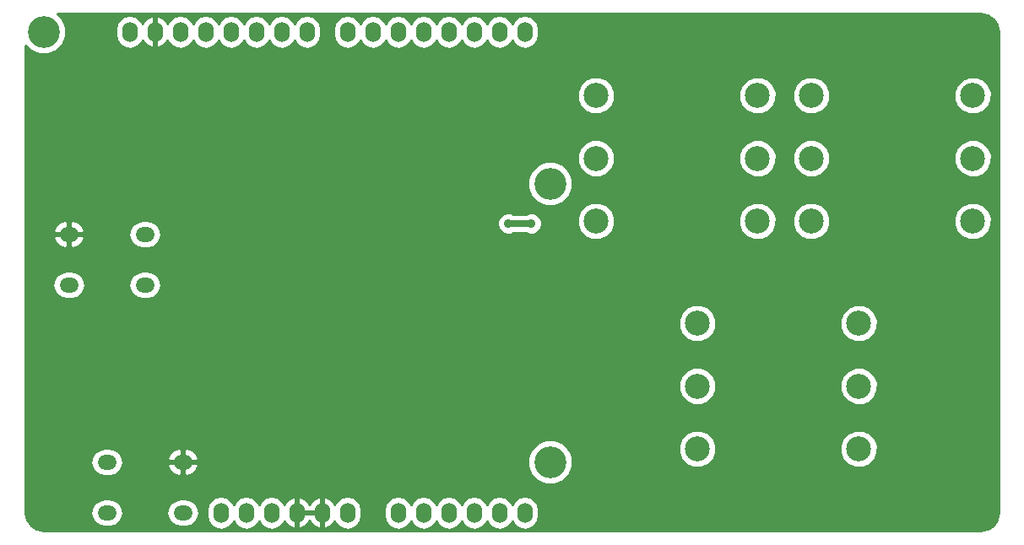
<source format=gbl>
G04 #@! TF.FileFunction,Copper,L2,Bot,Signal*
%FSLAX46Y46*%
G04 Gerber Fmt 4.6, Leading zero omitted, Abs format (unit mm)*
G04 Created by KiCad (PCBNEW 0.201510170916+6271~30~ubuntu14.04.1-product) date Tue 27 Oct 2015 03:36:54 PM CET*
%MOMM*%
G01*
G04 APERTURE LIST*
%ADD10C,0.100000*%
%ADD11C,2.500000*%
%ADD12O,1.900000X1.500000*%
%ADD13C,3.200400*%
%ADD14O,1.524000X2.032000*%
%ADD15C,0.889000*%
%ADD16C,0.228600*%
%ADD17C,0.635000*%
%ADD18C,0.254000*%
G04 APERTURE END LIST*
D10*
D11*
X173510000Y-102820000D03*
X173510000Y-96520000D03*
X173510000Y-90220000D03*
X189710000Y-102820000D03*
X189710000Y-96520000D03*
X189710000Y-90220000D03*
X179550000Y-67360000D03*
X179550000Y-73660000D03*
X179550000Y-79960000D03*
X163350000Y-67360000D03*
X163350000Y-73660000D03*
X163350000Y-79960000D03*
X201140000Y-67360000D03*
X201140000Y-73660000D03*
X201140000Y-79960000D03*
X184940000Y-67360000D03*
X184940000Y-73660000D03*
X184940000Y-79960000D03*
D12*
X110490000Y-86360000D03*
X110490000Y-81280000D03*
X118110000Y-86360000D03*
X118110000Y-81280000D03*
X121920000Y-104140000D03*
X121920000Y-109220000D03*
X114300000Y-104140000D03*
X114300000Y-109220000D03*
D13*
X158750000Y-104140000D03*
X158750000Y-76200000D03*
X107950000Y-60960000D03*
D14*
X130810000Y-109220000D03*
X128270000Y-109220000D03*
X125730000Y-109220000D03*
X133350000Y-109220000D03*
X135890000Y-109220000D03*
X138430000Y-109220000D03*
X151130000Y-109220000D03*
X148590000Y-109220000D03*
X153670000Y-109220000D03*
X156210000Y-109220000D03*
X146050000Y-109220000D03*
X143510000Y-109220000D03*
X148590000Y-60960000D03*
X146050000Y-60960000D03*
X151130000Y-60960000D03*
X153670000Y-60960000D03*
X156210000Y-60960000D03*
X143510000Y-60960000D03*
X140970000Y-60960000D03*
X138430000Y-60960000D03*
X126746000Y-60960000D03*
X124206000Y-60960000D03*
X121666000Y-60960000D03*
X119126000Y-60960000D03*
X116586000Y-60960000D03*
X129286000Y-60960000D03*
X131826000Y-60960000D03*
X134366000Y-60960000D03*
D15*
X152781000Y-87122000D03*
X154559000Y-80200500D03*
X156845000Y-80200500D03*
D16*
X135890000Y-104013000D02*
X135890000Y-109220000D01*
X152781000Y-87122000D02*
X135890000Y-104013000D01*
D17*
X156845000Y-80200500D02*
X154559000Y-80200500D01*
D18*
G36*
X202652426Y-59315156D02*
X203220362Y-59694639D01*
X203599844Y-60262574D01*
X203747500Y-61004890D01*
X203747500Y-109200110D01*
X203599844Y-109942426D01*
X203220362Y-110510361D01*
X202652426Y-110889844D01*
X201910110Y-111037500D01*
X107994890Y-111037500D01*
X107252574Y-110889844D01*
X106684639Y-110510362D01*
X106305156Y-109942426D01*
X106161457Y-109220000D01*
X112683948Y-109220000D01*
X112789375Y-109750017D01*
X113089605Y-110199343D01*
X113538931Y-110499573D01*
X114068948Y-110605000D01*
X114531052Y-110605000D01*
X115061069Y-110499573D01*
X115510395Y-110199343D01*
X115810625Y-109750017D01*
X115916052Y-109220000D01*
X120303948Y-109220000D01*
X120409375Y-109750017D01*
X120709605Y-110199343D01*
X121158931Y-110499573D01*
X121688948Y-110605000D01*
X122151052Y-110605000D01*
X122681069Y-110499573D01*
X123130395Y-110199343D01*
X123430625Y-109750017D01*
X123536052Y-109220000D01*
X123479095Y-108933655D01*
X124333000Y-108933655D01*
X124333000Y-109506345D01*
X124439340Y-110040954D01*
X124742172Y-110494173D01*
X125195391Y-110797005D01*
X125730000Y-110903345D01*
X126264609Y-110797005D01*
X126717828Y-110494173D01*
X127000000Y-110071874D01*
X127282172Y-110494173D01*
X127735391Y-110797005D01*
X128270000Y-110903345D01*
X128804609Y-110797005D01*
X129257828Y-110494173D01*
X129540000Y-110071874D01*
X129822172Y-110494173D01*
X130275391Y-110797005D01*
X130810000Y-110903345D01*
X131344609Y-110797005D01*
X131797828Y-110494173D01*
X132088311Y-110059435D01*
X132107941Y-110125941D01*
X132451974Y-110551630D01*
X132932723Y-110813260D01*
X133006930Y-110828220D01*
X133223000Y-110705720D01*
X133223000Y-109347000D01*
X133477000Y-109347000D01*
X133477000Y-110705720D01*
X133693070Y-110828220D01*
X133767277Y-110813260D01*
X134248026Y-110551630D01*
X134592059Y-110125941D01*
X134620000Y-110031277D01*
X134647941Y-110125941D01*
X134991974Y-110551630D01*
X135472723Y-110813260D01*
X135546930Y-110828220D01*
X135763000Y-110705720D01*
X135763000Y-109347000D01*
X133477000Y-109347000D01*
X133223000Y-109347000D01*
X133203000Y-109347000D01*
X133203000Y-109093000D01*
X133223000Y-109093000D01*
X133223000Y-107734280D01*
X133477000Y-107734280D01*
X133477000Y-109093000D01*
X135763000Y-109093000D01*
X135763000Y-107734280D01*
X136017000Y-107734280D01*
X136017000Y-109093000D01*
X136037000Y-109093000D01*
X136037000Y-109347000D01*
X136017000Y-109347000D01*
X136017000Y-110705720D01*
X136233070Y-110828220D01*
X136307277Y-110813260D01*
X136788026Y-110551630D01*
X137132059Y-110125941D01*
X137151689Y-110059435D01*
X137442172Y-110494173D01*
X137895391Y-110797005D01*
X138430000Y-110903345D01*
X138964609Y-110797005D01*
X139417828Y-110494173D01*
X139720660Y-110040954D01*
X139827000Y-109506345D01*
X139827000Y-108933655D01*
X142113000Y-108933655D01*
X142113000Y-109506345D01*
X142219340Y-110040954D01*
X142522172Y-110494173D01*
X142975391Y-110797005D01*
X143510000Y-110903345D01*
X144044609Y-110797005D01*
X144497828Y-110494173D01*
X144780000Y-110071874D01*
X145062172Y-110494173D01*
X145515391Y-110797005D01*
X146050000Y-110903345D01*
X146584609Y-110797005D01*
X147037828Y-110494173D01*
X147320000Y-110071874D01*
X147602172Y-110494173D01*
X148055391Y-110797005D01*
X148590000Y-110903345D01*
X149124609Y-110797005D01*
X149577828Y-110494173D01*
X149860000Y-110071874D01*
X150142172Y-110494173D01*
X150595391Y-110797005D01*
X151130000Y-110903345D01*
X151664609Y-110797005D01*
X152117828Y-110494173D01*
X152400000Y-110071874D01*
X152682172Y-110494173D01*
X153135391Y-110797005D01*
X153670000Y-110903345D01*
X154204609Y-110797005D01*
X154657828Y-110494173D01*
X154940000Y-110071874D01*
X155222172Y-110494173D01*
X155675391Y-110797005D01*
X156210000Y-110903345D01*
X156744609Y-110797005D01*
X157197828Y-110494173D01*
X157500660Y-110040954D01*
X157607000Y-109506345D01*
X157607000Y-108933655D01*
X157500660Y-108399046D01*
X157197828Y-107945827D01*
X156744609Y-107642995D01*
X156210000Y-107536655D01*
X155675391Y-107642995D01*
X155222172Y-107945827D01*
X154940000Y-108368126D01*
X154657828Y-107945827D01*
X154204609Y-107642995D01*
X153670000Y-107536655D01*
X153135391Y-107642995D01*
X152682172Y-107945827D01*
X152400000Y-108368126D01*
X152117828Y-107945827D01*
X151664609Y-107642995D01*
X151130000Y-107536655D01*
X150595391Y-107642995D01*
X150142172Y-107945827D01*
X149860000Y-108368126D01*
X149577828Y-107945827D01*
X149124609Y-107642995D01*
X148590000Y-107536655D01*
X148055391Y-107642995D01*
X147602172Y-107945827D01*
X147320000Y-108368126D01*
X147037828Y-107945827D01*
X146584609Y-107642995D01*
X146050000Y-107536655D01*
X145515391Y-107642995D01*
X145062172Y-107945827D01*
X144780000Y-108368126D01*
X144497828Y-107945827D01*
X144044609Y-107642995D01*
X143510000Y-107536655D01*
X142975391Y-107642995D01*
X142522172Y-107945827D01*
X142219340Y-108399046D01*
X142113000Y-108933655D01*
X139827000Y-108933655D01*
X139720660Y-108399046D01*
X139417828Y-107945827D01*
X138964609Y-107642995D01*
X138430000Y-107536655D01*
X137895391Y-107642995D01*
X137442172Y-107945827D01*
X137151689Y-108380565D01*
X137132059Y-108314059D01*
X136788026Y-107888370D01*
X136307277Y-107626740D01*
X136233070Y-107611780D01*
X136017000Y-107734280D01*
X135763000Y-107734280D01*
X135546930Y-107611780D01*
X135472723Y-107626740D01*
X134991974Y-107888370D01*
X134647941Y-108314059D01*
X134620000Y-108408723D01*
X134592059Y-108314059D01*
X134248026Y-107888370D01*
X133767277Y-107626740D01*
X133693070Y-107611780D01*
X133477000Y-107734280D01*
X133223000Y-107734280D01*
X133006930Y-107611780D01*
X132932723Y-107626740D01*
X132451974Y-107888370D01*
X132107941Y-108314059D01*
X132088311Y-108380565D01*
X131797828Y-107945827D01*
X131344609Y-107642995D01*
X130810000Y-107536655D01*
X130275391Y-107642995D01*
X129822172Y-107945827D01*
X129540000Y-108368126D01*
X129257828Y-107945827D01*
X128804609Y-107642995D01*
X128270000Y-107536655D01*
X127735391Y-107642995D01*
X127282172Y-107945827D01*
X127000000Y-108368126D01*
X126717828Y-107945827D01*
X126264609Y-107642995D01*
X125730000Y-107536655D01*
X125195391Y-107642995D01*
X124742172Y-107945827D01*
X124439340Y-108399046D01*
X124333000Y-108933655D01*
X123479095Y-108933655D01*
X123430625Y-108689983D01*
X123130395Y-108240657D01*
X122681069Y-107940427D01*
X122151052Y-107835000D01*
X121688948Y-107835000D01*
X121158931Y-107940427D01*
X120709605Y-108240657D01*
X120409375Y-108689983D01*
X120303948Y-109220000D01*
X115916052Y-109220000D01*
X115810625Y-108689983D01*
X115510395Y-108240657D01*
X115061069Y-107940427D01*
X114531052Y-107835000D01*
X114068948Y-107835000D01*
X113538931Y-107940427D01*
X113089605Y-108240657D01*
X112789375Y-108689983D01*
X112683948Y-109220000D01*
X106161457Y-109220000D01*
X106157500Y-109200110D01*
X106157500Y-104140000D01*
X112683948Y-104140000D01*
X112789375Y-104670017D01*
X113089605Y-105119343D01*
X113538931Y-105419573D01*
X114068948Y-105525000D01*
X114531052Y-105525000D01*
X115061069Y-105419573D01*
X115510395Y-105119343D01*
X115810625Y-104670017D01*
X115848186Y-104481185D01*
X120377682Y-104481185D01*
X120387064Y-104535084D01*
X120639720Y-105015102D01*
X121056838Y-105361894D01*
X121574917Y-105522664D01*
X121793000Y-105369587D01*
X121793000Y-104267000D01*
X122047000Y-104267000D01*
X122047000Y-105369587D01*
X122265083Y-105522664D01*
X122783162Y-105361894D01*
X123200280Y-105015102D01*
X123427895Y-104582658D01*
X156514413Y-104582658D01*
X156853985Y-105404485D01*
X157482208Y-106033805D01*
X158303441Y-106374811D01*
X159192658Y-106375587D01*
X160014485Y-106036015D01*
X160643805Y-105407792D01*
X160984811Y-104586559D01*
X160985587Y-103697342D01*
X160777324Y-103193305D01*
X171624674Y-103193305D01*
X171911043Y-103886372D01*
X172440839Y-104417093D01*
X173133405Y-104704672D01*
X173883305Y-104705326D01*
X174576372Y-104418957D01*
X175107093Y-103889161D01*
X175394672Y-103196595D01*
X175394674Y-103193305D01*
X187824674Y-103193305D01*
X188111043Y-103886372D01*
X188640839Y-104417093D01*
X189333405Y-104704672D01*
X190083305Y-104705326D01*
X190776372Y-104418957D01*
X191307093Y-103889161D01*
X191594672Y-103196595D01*
X191595326Y-102446695D01*
X191308957Y-101753628D01*
X190779161Y-101222907D01*
X190086595Y-100935328D01*
X189336695Y-100934674D01*
X188643628Y-101221043D01*
X188112907Y-101750839D01*
X187825328Y-102443405D01*
X187824674Y-103193305D01*
X175394674Y-103193305D01*
X175395326Y-102446695D01*
X175108957Y-101753628D01*
X174579161Y-101222907D01*
X173886595Y-100935328D01*
X173136695Y-100934674D01*
X172443628Y-101221043D01*
X171912907Y-101750839D01*
X171625328Y-102443405D01*
X171624674Y-103193305D01*
X160777324Y-103193305D01*
X160646015Y-102875515D01*
X160017792Y-102246195D01*
X159196559Y-101905189D01*
X158307342Y-101904413D01*
X157485515Y-102243985D01*
X156856195Y-102872208D01*
X156515189Y-103693441D01*
X156514413Y-104582658D01*
X123427895Y-104582658D01*
X123452936Y-104535084D01*
X123462318Y-104481185D01*
X123339656Y-104267000D01*
X122047000Y-104267000D01*
X121793000Y-104267000D01*
X120500344Y-104267000D01*
X120377682Y-104481185D01*
X115848186Y-104481185D01*
X115916052Y-104140000D01*
X115848187Y-103798815D01*
X120377682Y-103798815D01*
X120500344Y-104013000D01*
X121793000Y-104013000D01*
X121793000Y-102910413D01*
X122047000Y-102910413D01*
X122047000Y-104013000D01*
X123339656Y-104013000D01*
X123462318Y-103798815D01*
X123452936Y-103744916D01*
X123200280Y-103264898D01*
X122783162Y-102918106D01*
X122265083Y-102757336D01*
X122047000Y-102910413D01*
X121793000Y-102910413D01*
X121574917Y-102757336D01*
X121056838Y-102918106D01*
X120639720Y-103264898D01*
X120387064Y-103744916D01*
X120377682Y-103798815D01*
X115848187Y-103798815D01*
X115810625Y-103609983D01*
X115510395Y-103160657D01*
X115061069Y-102860427D01*
X114531052Y-102755000D01*
X114068948Y-102755000D01*
X113538931Y-102860427D01*
X113089605Y-103160657D01*
X112789375Y-103609983D01*
X112683948Y-104140000D01*
X106157500Y-104140000D01*
X106157500Y-96893305D01*
X171624674Y-96893305D01*
X171911043Y-97586372D01*
X172440839Y-98117093D01*
X173133405Y-98404672D01*
X173883305Y-98405326D01*
X174576372Y-98118957D01*
X175107093Y-97589161D01*
X175394672Y-96896595D01*
X175394674Y-96893305D01*
X187824674Y-96893305D01*
X188111043Y-97586372D01*
X188640839Y-98117093D01*
X189333405Y-98404672D01*
X190083305Y-98405326D01*
X190776372Y-98118957D01*
X191307093Y-97589161D01*
X191594672Y-96896595D01*
X191595326Y-96146695D01*
X191308957Y-95453628D01*
X190779161Y-94922907D01*
X190086595Y-94635328D01*
X189336695Y-94634674D01*
X188643628Y-94921043D01*
X188112907Y-95450839D01*
X187825328Y-96143405D01*
X187824674Y-96893305D01*
X175394674Y-96893305D01*
X175395326Y-96146695D01*
X175108957Y-95453628D01*
X174579161Y-94922907D01*
X173886595Y-94635328D01*
X173136695Y-94634674D01*
X172443628Y-94921043D01*
X171912907Y-95450839D01*
X171625328Y-96143405D01*
X171624674Y-96893305D01*
X106157500Y-96893305D01*
X106157500Y-90593305D01*
X171624674Y-90593305D01*
X171911043Y-91286372D01*
X172440839Y-91817093D01*
X173133405Y-92104672D01*
X173883305Y-92105326D01*
X174576372Y-91818957D01*
X175107093Y-91289161D01*
X175394672Y-90596595D01*
X175394674Y-90593305D01*
X187824674Y-90593305D01*
X188111043Y-91286372D01*
X188640839Y-91817093D01*
X189333405Y-92104672D01*
X190083305Y-92105326D01*
X190776372Y-91818957D01*
X191307093Y-91289161D01*
X191594672Y-90596595D01*
X191595326Y-89846695D01*
X191308957Y-89153628D01*
X190779161Y-88622907D01*
X190086595Y-88335328D01*
X189336695Y-88334674D01*
X188643628Y-88621043D01*
X188112907Y-89150839D01*
X187825328Y-89843405D01*
X187824674Y-90593305D01*
X175394674Y-90593305D01*
X175395326Y-89846695D01*
X175108957Y-89153628D01*
X174579161Y-88622907D01*
X173886595Y-88335328D01*
X173136695Y-88334674D01*
X172443628Y-88621043D01*
X171912907Y-89150839D01*
X171625328Y-89843405D01*
X171624674Y-90593305D01*
X106157500Y-90593305D01*
X106157500Y-86360000D01*
X108873948Y-86360000D01*
X108979375Y-86890017D01*
X109279605Y-87339343D01*
X109728931Y-87639573D01*
X110258948Y-87745000D01*
X110721052Y-87745000D01*
X111251069Y-87639573D01*
X111700395Y-87339343D01*
X112000625Y-86890017D01*
X112106052Y-86360000D01*
X116493948Y-86360000D01*
X116599375Y-86890017D01*
X116899605Y-87339343D01*
X117348931Y-87639573D01*
X117878948Y-87745000D01*
X118341052Y-87745000D01*
X118871069Y-87639573D01*
X119320395Y-87339343D01*
X119620625Y-86890017D01*
X119726052Y-86360000D01*
X119620625Y-85829983D01*
X119320395Y-85380657D01*
X118871069Y-85080427D01*
X118341052Y-84975000D01*
X117878948Y-84975000D01*
X117348931Y-85080427D01*
X116899605Y-85380657D01*
X116599375Y-85829983D01*
X116493948Y-86360000D01*
X112106052Y-86360000D01*
X112000625Y-85829983D01*
X111700395Y-85380657D01*
X111251069Y-85080427D01*
X110721052Y-84975000D01*
X110258948Y-84975000D01*
X109728931Y-85080427D01*
X109279605Y-85380657D01*
X108979375Y-85829983D01*
X108873948Y-86360000D01*
X106157500Y-86360000D01*
X106157500Y-81621185D01*
X108947682Y-81621185D01*
X108957064Y-81675084D01*
X109209720Y-82155102D01*
X109626838Y-82501894D01*
X110144917Y-82662664D01*
X110363000Y-82509587D01*
X110363000Y-81407000D01*
X110617000Y-81407000D01*
X110617000Y-82509587D01*
X110835083Y-82662664D01*
X111353162Y-82501894D01*
X111770280Y-82155102D01*
X112022936Y-81675084D01*
X112032318Y-81621185D01*
X111909656Y-81407000D01*
X110617000Y-81407000D01*
X110363000Y-81407000D01*
X109070344Y-81407000D01*
X108947682Y-81621185D01*
X106157500Y-81621185D01*
X106157500Y-81280000D01*
X116493948Y-81280000D01*
X116599375Y-81810017D01*
X116899605Y-82259343D01*
X117348931Y-82559573D01*
X117878948Y-82665000D01*
X118341052Y-82665000D01*
X118871069Y-82559573D01*
X119320395Y-82259343D01*
X119620625Y-81810017D01*
X119726052Y-81280000D01*
X119620625Y-80749983D01*
X119396319Y-80414284D01*
X153479313Y-80414284D01*
X153643311Y-80811189D01*
X153946714Y-81115122D01*
X154343332Y-81279813D01*
X154772784Y-81280187D01*
X155080600Y-81153000D01*
X156323934Y-81153000D01*
X156629332Y-81279813D01*
X157058784Y-81280187D01*
X157455689Y-81116189D01*
X157759622Y-80812786D01*
X157924313Y-80416168D01*
X157924385Y-80333305D01*
X161464674Y-80333305D01*
X161751043Y-81026372D01*
X162280839Y-81557093D01*
X162973405Y-81844672D01*
X163723305Y-81845326D01*
X164416372Y-81558957D01*
X164947093Y-81029161D01*
X165234672Y-80336595D01*
X165234674Y-80333305D01*
X177664674Y-80333305D01*
X177951043Y-81026372D01*
X178480839Y-81557093D01*
X179173405Y-81844672D01*
X179923305Y-81845326D01*
X180616372Y-81558957D01*
X181147093Y-81029161D01*
X181434672Y-80336595D01*
X181434674Y-80333305D01*
X183054674Y-80333305D01*
X183341043Y-81026372D01*
X183870839Y-81557093D01*
X184563405Y-81844672D01*
X185313305Y-81845326D01*
X186006372Y-81558957D01*
X186537093Y-81029161D01*
X186824672Y-80336595D01*
X186824674Y-80333305D01*
X199254674Y-80333305D01*
X199541043Y-81026372D01*
X200070839Y-81557093D01*
X200763405Y-81844672D01*
X201513305Y-81845326D01*
X202206372Y-81558957D01*
X202737093Y-81029161D01*
X203024672Y-80336595D01*
X203025326Y-79586695D01*
X202738957Y-78893628D01*
X202209161Y-78362907D01*
X201516595Y-78075328D01*
X200766695Y-78074674D01*
X200073628Y-78361043D01*
X199542907Y-78890839D01*
X199255328Y-79583405D01*
X199254674Y-80333305D01*
X186824674Y-80333305D01*
X186825326Y-79586695D01*
X186538957Y-78893628D01*
X186009161Y-78362907D01*
X185316595Y-78075328D01*
X184566695Y-78074674D01*
X183873628Y-78361043D01*
X183342907Y-78890839D01*
X183055328Y-79583405D01*
X183054674Y-80333305D01*
X181434674Y-80333305D01*
X181435326Y-79586695D01*
X181148957Y-78893628D01*
X180619161Y-78362907D01*
X179926595Y-78075328D01*
X179176695Y-78074674D01*
X178483628Y-78361043D01*
X177952907Y-78890839D01*
X177665328Y-79583405D01*
X177664674Y-80333305D01*
X165234674Y-80333305D01*
X165235326Y-79586695D01*
X164948957Y-78893628D01*
X164419161Y-78362907D01*
X163726595Y-78075328D01*
X162976695Y-78074674D01*
X162283628Y-78361043D01*
X161752907Y-78890839D01*
X161465328Y-79583405D01*
X161464674Y-80333305D01*
X157924385Y-80333305D01*
X157924687Y-79986716D01*
X157760689Y-79589811D01*
X157457286Y-79285878D01*
X157060668Y-79121187D01*
X156631216Y-79120813D01*
X156323400Y-79248000D01*
X155080066Y-79248000D01*
X154774668Y-79121187D01*
X154345216Y-79120813D01*
X153948311Y-79284811D01*
X153644378Y-79588214D01*
X153479687Y-79984832D01*
X153479313Y-80414284D01*
X119396319Y-80414284D01*
X119320395Y-80300657D01*
X118871069Y-80000427D01*
X118341052Y-79895000D01*
X117878948Y-79895000D01*
X117348931Y-80000427D01*
X116899605Y-80300657D01*
X116599375Y-80749983D01*
X116493948Y-81280000D01*
X106157500Y-81280000D01*
X106157500Y-80938815D01*
X108947682Y-80938815D01*
X109070344Y-81153000D01*
X110363000Y-81153000D01*
X110363000Y-80050413D01*
X110617000Y-80050413D01*
X110617000Y-81153000D01*
X111909656Y-81153000D01*
X112032318Y-80938815D01*
X112022936Y-80884916D01*
X111770280Y-80404898D01*
X111353162Y-80058106D01*
X110835083Y-79897336D01*
X110617000Y-80050413D01*
X110363000Y-80050413D01*
X110144917Y-79897336D01*
X109626838Y-80058106D01*
X109209720Y-80404898D01*
X108957064Y-80884916D01*
X108947682Y-80938815D01*
X106157500Y-80938815D01*
X106157500Y-76642658D01*
X156514413Y-76642658D01*
X156853985Y-77464485D01*
X157482208Y-78093805D01*
X158303441Y-78434811D01*
X159192658Y-78435587D01*
X160014485Y-78096015D01*
X160643805Y-77467792D01*
X160984811Y-76646559D01*
X160985587Y-75757342D01*
X160646015Y-74935515D01*
X160017792Y-74306195D01*
X159360601Y-74033305D01*
X161464674Y-74033305D01*
X161751043Y-74726372D01*
X162280839Y-75257093D01*
X162973405Y-75544672D01*
X163723305Y-75545326D01*
X164416372Y-75258957D01*
X164947093Y-74729161D01*
X165234672Y-74036595D01*
X165234674Y-74033305D01*
X177664674Y-74033305D01*
X177951043Y-74726372D01*
X178480839Y-75257093D01*
X179173405Y-75544672D01*
X179923305Y-75545326D01*
X180616372Y-75258957D01*
X181147093Y-74729161D01*
X181434672Y-74036595D01*
X181434674Y-74033305D01*
X183054674Y-74033305D01*
X183341043Y-74726372D01*
X183870839Y-75257093D01*
X184563405Y-75544672D01*
X185313305Y-75545326D01*
X186006372Y-75258957D01*
X186537093Y-74729161D01*
X186824672Y-74036595D01*
X186824674Y-74033305D01*
X199254674Y-74033305D01*
X199541043Y-74726372D01*
X200070839Y-75257093D01*
X200763405Y-75544672D01*
X201513305Y-75545326D01*
X202206372Y-75258957D01*
X202737093Y-74729161D01*
X203024672Y-74036595D01*
X203025326Y-73286695D01*
X202738957Y-72593628D01*
X202209161Y-72062907D01*
X201516595Y-71775328D01*
X200766695Y-71774674D01*
X200073628Y-72061043D01*
X199542907Y-72590839D01*
X199255328Y-73283405D01*
X199254674Y-74033305D01*
X186824674Y-74033305D01*
X186825326Y-73286695D01*
X186538957Y-72593628D01*
X186009161Y-72062907D01*
X185316595Y-71775328D01*
X184566695Y-71774674D01*
X183873628Y-72061043D01*
X183342907Y-72590839D01*
X183055328Y-73283405D01*
X183054674Y-74033305D01*
X181434674Y-74033305D01*
X181435326Y-73286695D01*
X181148957Y-72593628D01*
X180619161Y-72062907D01*
X179926595Y-71775328D01*
X179176695Y-71774674D01*
X178483628Y-72061043D01*
X177952907Y-72590839D01*
X177665328Y-73283405D01*
X177664674Y-74033305D01*
X165234674Y-74033305D01*
X165235326Y-73286695D01*
X164948957Y-72593628D01*
X164419161Y-72062907D01*
X163726595Y-71775328D01*
X162976695Y-71774674D01*
X162283628Y-72061043D01*
X161752907Y-72590839D01*
X161465328Y-73283405D01*
X161464674Y-74033305D01*
X159360601Y-74033305D01*
X159196559Y-73965189D01*
X158307342Y-73964413D01*
X157485515Y-74303985D01*
X156856195Y-74932208D01*
X156515189Y-75753441D01*
X156514413Y-76642658D01*
X106157500Y-76642658D01*
X106157500Y-67733305D01*
X161464674Y-67733305D01*
X161751043Y-68426372D01*
X162280839Y-68957093D01*
X162973405Y-69244672D01*
X163723305Y-69245326D01*
X164416372Y-68958957D01*
X164947093Y-68429161D01*
X165234672Y-67736595D01*
X165234674Y-67733305D01*
X177664674Y-67733305D01*
X177951043Y-68426372D01*
X178480839Y-68957093D01*
X179173405Y-69244672D01*
X179923305Y-69245326D01*
X180616372Y-68958957D01*
X181147093Y-68429161D01*
X181434672Y-67736595D01*
X181434674Y-67733305D01*
X183054674Y-67733305D01*
X183341043Y-68426372D01*
X183870839Y-68957093D01*
X184563405Y-69244672D01*
X185313305Y-69245326D01*
X186006372Y-68958957D01*
X186537093Y-68429161D01*
X186824672Y-67736595D01*
X186824674Y-67733305D01*
X199254674Y-67733305D01*
X199541043Y-68426372D01*
X200070839Y-68957093D01*
X200763405Y-69244672D01*
X201513305Y-69245326D01*
X202206372Y-68958957D01*
X202737093Y-68429161D01*
X203024672Y-67736595D01*
X203025326Y-66986695D01*
X202738957Y-66293628D01*
X202209161Y-65762907D01*
X201516595Y-65475328D01*
X200766695Y-65474674D01*
X200073628Y-65761043D01*
X199542907Y-66290839D01*
X199255328Y-66983405D01*
X199254674Y-67733305D01*
X186824674Y-67733305D01*
X186825326Y-66986695D01*
X186538957Y-66293628D01*
X186009161Y-65762907D01*
X185316595Y-65475328D01*
X184566695Y-65474674D01*
X183873628Y-65761043D01*
X183342907Y-66290839D01*
X183055328Y-66983405D01*
X183054674Y-67733305D01*
X181434674Y-67733305D01*
X181435326Y-66986695D01*
X181148957Y-66293628D01*
X180619161Y-65762907D01*
X179926595Y-65475328D01*
X179176695Y-65474674D01*
X178483628Y-65761043D01*
X177952907Y-66290839D01*
X177665328Y-66983405D01*
X177664674Y-67733305D01*
X165234674Y-67733305D01*
X165235326Y-66986695D01*
X164948957Y-66293628D01*
X164419161Y-65762907D01*
X163726595Y-65475328D01*
X162976695Y-65474674D01*
X162283628Y-65761043D01*
X161752907Y-66290839D01*
X161465328Y-66983405D01*
X161464674Y-67733305D01*
X106157500Y-67733305D01*
X106157500Y-62328181D01*
X106682208Y-62853805D01*
X107503441Y-63194811D01*
X108392658Y-63195587D01*
X109214485Y-62856015D01*
X109843805Y-62227792D01*
X110184811Y-61406559D01*
X110185450Y-60673655D01*
X115189000Y-60673655D01*
X115189000Y-61246345D01*
X115295340Y-61780954D01*
X115598172Y-62234173D01*
X116051391Y-62537005D01*
X116586000Y-62643345D01*
X117120609Y-62537005D01*
X117573828Y-62234173D01*
X117864311Y-61799435D01*
X117883941Y-61865941D01*
X118227974Y-62291630D01*
X118708723Y-62553260D01*
X118782930Y-62568220D01*
X118999000Y-62445720D01*
X118999000Y-61087000D01*
X118979000Y-61087000D01*
X118979000Y-60833000D01*
X118999000Y-60833000D01*
X118999000Y-59474280D01*
X119253000Y-59474280D01*
X119253000Y-60833000D01*
X119273000Y-60833000D01*
X119273000Y-61087000D01*
X119253000Y-61087000D01*
X119253000Y-62445720D01*
X119469070Y-62568220D01*
X119543277Y-62553260D01*
X120024026Y-62291630D01*
X120368059Y-61865941D01*
X120387689Y-61799435D01*
X120678172Y-62234173D01*
X121131391Y-62537005D01*
X121666000Y-62643345D01*
X122200609Y-62537005D01*
X122653828Y-62234173D01*
X122936000Y-61811874D01*
X123218172Y-62234173D01*
X123671391Y-62537005D01*
X124206000Y-62643345D01*
X124740609Y-62537005D01*
X125193828Y-62234173D01*
X125476000Y-61811874D01*
X125758172Y-62234173D01*
X126211391Y-62537005D01*
X126746000Y-62643345D01*
X127280609Y-62537005D01*
X127733828Y-62234173D01*
X128016000Y-61811874D01*
X128298172Y-62234173D01*
X128751391Y-62537005D01*
X129286000Y-62643345D01*
X129820609Y-62537005D01*
X130273828Y-62234173D01*
X130556000Y-61811874D01*
X130838172Y-62234173D01*
X131291391Y-62537005D01*
X131826000Y-62643345D01*
X132360609Y-62537005D01*
X132813828Y-62234173D01*
X133096000Y-61811874D01*
X133378172Y-62234173D01*
X133831391Y-62537005D01*
X134366000Y-62643345D01*
X134900609Y-62537005D01*
X135353828Y-62234173D01*
X135656660Y-61780954D01*
X135763000Y-61246345D01*
X135763000Y-60673655D01*
X137033000Y-60673655D01*
X137033000Y-61246345D01*
X137139340Y-61780954D01*
X137442172Y-62234173D01*
X137895391Y-62537005D01*
X138430000Y-62643345D01*
X138964609Y-62537005D01*
X139417828Y-62234173D01*
X139700000Y-61811874D01*
X139982172Y-62234173D01*
X140435391Y-62537005D01*
X140970000Y-62643345D01*
X141504609Y-62537005D01*
X141957828Y-62234173D01*
X142240000Y-61811874D01*
X142522172Y-62234173D01*
X142975391Y-62537005D01*
X143510000Y-62643345D01*
X144044609Y-62537005D01*
X144497828Y-62234173D01*
X144780000Y-61811874D01*
X145062172Y-62234173D01*
X145515391Y-62537005D01*
X146050000Y-62643345D01*
X146584609Y-62537005D01*
X147037828Y-62234173D01*
X147320000Y-61811874D01*
X147602172Y-62234173D01*
X148055391Y-62537005D01*
X148590000Y-62643345D01*
X149124609Y-62537005D01*
X149577828Y-62234173D01*
X149860000Y-61811874D01*
X150142172Y-62234173D01*
X150595391Y-62537005D01*
X151130000Y-62643345D01*
X151664609Y-62537005D01*
X152117828Y-62234173D01*
X152400000Y-61811874D01*
X152682172Y-62234173D01*
X153135391Y-62537005D01*
X153670000Y-62643345D01*
X154204609Y-62537005D01*
X154657828Y-62234173D01*
X154940000Y-61811874D01*
X155222172Y-62234173D01*
X155675391Y-62537005D01*
X156210000Y-62643345D01*
X156744609Y-62537005D01*
X157197828Y-62234173D01*
X157500660Y-61780954D01*
X157607000Y-61246345D01*
X157607000Y-60673655D01*
X157500660Y-60139046D01*
X157197828Y-59685827D01*
X156744609Y-59382995D01*
X156210000Y-59276655D01*
X155675391Y-59382995D01*
X155222172Y-59685827D01*
X154940000Y-60108126D01*
X154657828Y-59685827D01*
X154204609Y-59382995D01*
X153670000Y-59276655D01*
X153135391Y-59382995D01*
X152682172Y-59685827D01*
X152400000Y-60108126D01*
X152117828Y-59685827D01*
X151664609Y-59382995D01*
X151130000Y-59276655D01*
X150595391Y-59382995D01*
X150142172Y-59685827D01*
X149860000Y-60108126D01*
X149577828Y-59685827D01*
X149124609Y-59382995D01*
X148590000Y-59276655D01*
X148055391Y-59382995D01*
X147602172Y-59685827D01*
X147320000Y-60108126D01*
X147037828Y-59685827D01*
X146584609Y-59382995D01*
X146050000Y-59276655D01*
X145515391Y-59382995D01*
X145062172Y-59685827D01*
X144780000Y-60108126D01*
X144497828Y-59685827D01*
X144044609Y-59382995D01*
X143510000Y-59276655D01*
X142975391Y-59382995D01*
X142522172Y-59685827D01*
X142240000Y-60108126D01*
X141957828Y-59685827D01*
X141504609Y-59382995D01*
X140970000Y-59276655D01*
X140435391Y-59382995D01*
X139982172Y-59685827D01*
X139700000Y-60108126D01*
X139417828Y-59685827D01*
X138964609Y-59382995D01*
X138430000Y-59276655D01*
X137895391Y-59382995D01*
X137442172Y-59685827D01*
X137139340Y-60139046D01*
X137033000Y-60673655D01*
X135763000Y-60673655D01*
X135656660Y-60139046D01*
X135353828Y-59685827D01*
X134900609Y-59382995D01*
X134366000Y-59276655D01*
X133831391Y-59382995D01*
X133378172Y-59685827D01*
X133096000Y-60108126D01*
X132813828Y-59685827D01*
X132360609Y-59382995D01*
X131826000Y-59276655D01*
X131291391Y-59382995D01*
X130838172Y-59685827D01*
X130556000Y-60108126D01*
X130273828Y-59685827D01*
X129820609Y-59382995D01*
X129286000Y-59276655D01*
X128751391Y-59382995D01*
X128298172Y-59685827D01*
X128016000Y-60108126D01*
X127733828Y-59685827D01*
X127280609Y-59382995D01*
X126746000Y-59276655D01*
X126211391Y-59382995D01*
X125758172Y-59685827D01*
X125476000Y-60108126D01*
X125193828Y-59685827D01*
X124740609Y-59382995D01*
X124206000Y-59276655D01*
X123671391Y-59382995D01*
X123218172Y-59685827D01*
X122936000Y-60108126D01*
X122653828Y-59685827D01*
X122200609Y-59382995D01*
X121666000Y-59276655D01*
X121131391Y-59382995D01*
X120678172Y-59685827D01*
X120387689Y-60120565D01*
X120368059Y-60054059D01*
X120024026Y-59628370D01*
X119543277Y-59366740D01*
X119469070Y-59351780D01*
X119253000Y-59474280D01*
X118999000Y-59474280D01*
X118782930Y-59351780D01*
X118708723Y-59366740D01*
X118227974Y-59628370D01*
X117883941Y-60054059D01*
X117864311Y-60120565D01*
X117573828Y-59685827D01*
X117120609Y-59382995D01*
X116586000Y-59276655D01*
X116051391Y-59382995D01*
X115598172Y-59685827D01*
X115295340Y-60139046D01*
X115189000Y-60673655D01*
X110185450Y-60673655D01*
X110185587Y-60517342D01*
X109846015Y-59695515D01*
X109318920Y-59167500D01*
X201910110Y-59167500D01*
X202652426Y-59315156D01*
X202652426Y-59315156D01*
G37*
X202652426Y-59315156D02*
X203220362Y-59694639D01*
X203599844Y-60262574D01*
X203747500Y-61004890D01*
X203747500Y-109200110D01*
X203599844Y-109942426D01*
X203220362Y-110510361D01*
X202652426Y-110889844D01*
X201910110Y-111037500D01*
X107994890Y-111037500D01*
X107252574Y-110889844D01*
X106684639Y-110510362D01*
X106305156Y-109942426D01*
X106161457Y-109220000D01*
X112683948Y-109220000D01*
X112789375Y-109750017D01*
X113089605Y-110199343D01*
X113538931Y-110499573D01*
X114068948Y-110605000D01*
X114531052Y-110605000D01*
X115061069Y-110499573D01*
X115510395Y-110199343D01*
X115810625Y-109750017D01*
X115916052Y-109220000D01*
X120303948Y-109220000D01*
X120409375Y-109750017D01*
X120709605Y-110199343D01*
X121158931Y-110499573D01*
X121688948Y-110605000D01*
X122151052Y-110605000D01*
X122681069Y-110499573D01*
X123130395Y-110199343D01*
X123430625Y-109750017D01*
X123536052Y-109220000D01*
X123479095Y-108933655D01*
X124333000Y-108933655D01*
X124333000Y-109506345D01*
X124439340Y-110040954D01*
X124742172Y-110494173D01*
X125195391Y-110797005D01*
X125730000Y-110903345D01*
X126264609Y-110797005D01*
X126717828Y-110494173D01*
X127000000Y-110071874D01*
X127282172Y-110494173D01*
X127735391Y-110797005D01*
X128270000Y-110903345D01*
X128804609Y-110797005D01*
X129257828Y-110494173D01*
X129540000Y-110071874D01*
X129822172Y-110494173D01*
X130275391Y-110797005D01*
X130810000Y-110903345D01*
X131344609Y-110797005D01*
X131797828Y-110494173D01*
X132088311Y-110059435D01*
X132107941Y-110125941D01*
X132451974Y-110551630D01*
X132932723Y-110813260D01*
X133006930Y-110828220D01*
X133223000Y-110705720D01*
X133223000Y-109347000D01*
X133477000Y-109347000D01*
X133477000Y-110705720D01*
X133693070Y-110828220D01*
X133767277Y-110813260D01*
X134248026Y-110551630D01*
X134592059Y-110125941D01*
X134620000Y-110031277D01*
X134647941Y-110125941D01*
X134991974Y-110551630D01*
X135472723Y-110813260D01*
X135546930Y-110828220D01*
X135763000Y-110705720D01*
X135763000Y-109347000D01*
X133477000Y-109347000D01*
X133223000Y-109347000D01*
X133203000Y-109347000D01*
X133203000Y-109093000D01*
X133223000Y-109093000D01*
X133223000Y-107734280D01*
X133477000Y-107734280D01*
X133477000Y-109093000D01*
X135763000Y-109093000D01*
X135763000Y-107734280D01*
X136017000Y-107734280D01*
X136017000Y-109093000D01*
X136037000Y-109093000D01*
X136037000Y-109347000D01*
X136017000Y-109347000D01*
X136017000Y-110705720D01*
X136233070Y-110828220D01*
X136307277Y-110813260D01*
X136788026Y-110551630D01*
X137132059Y-110125941D01*
X137151689Y-110059435D01*
X137442172Y-110494173D01*
X137895391Y-110797005D01*
X138430000Y-110903345D01*
X138964609Y-110797005D01*
X139417828Y-110494173D01*
X139720660Y-110040954D01*
X139827000Y-109506345D01*
X139827000Y-108933655D01*
X142113000Y-108933655D01*
X142113000Y-109506345D01*
X142219340Y-110040954D01*
X142522172Y-110494173D01*
X142975391Y-110797005D01*
X143510000Y-110903345D01*
X144044609Y-110797005D01*
X144497828Y-110494173D01*
X144780000Y-110071874D01*
X145062172Y-110494173D01*
X145515391Y-110797005D01*
X146050000Y-110903345D01*
X146584609Y-110797005D01*
X147037828Y-110494173D01*
X147320000Y-110071874D01*
X147602172Y-110494173D01*
X148055391Y-110797005D01*
X148590000Y-110903345D01*
X149124609Y-110797005D01*
X149577828Y-110494173D01*
X149860000Y-110071874D01*
X150142172Y-110494173D01*
X150595391Y-110797005D01*
X151130000Y-110903345D01*
X151664609Y-110797005D01*
X152117828Y-110494173D01*
X152400000Y-110071874D01*
X152682172Y-110494173D01*
X153135391Y-110797005D01*
X153670000Y-110903345D01*
X154204609Y-110797005D01*
X154657828Y-110494173D01*
X154940000Y-110071874D01*
X155222172Y-110494173D01*
X155675391Y-110797005D01*
X156210000Y-110903345D01*
X156744609Y-110797005D01*
X157197828Y-110494173D01*
X157500660Y-110040954D01*
X157607000Y-109506345D01*
X157607000Y-108933655D01*
X157500660Y-108399046D01*
X157197828Y-107945827D01*
X156744609Y-107642995D01*
X156210000Y-107536655D01*
X155675391Y-107642995D01*
X155222172Y-107945827D01*
X154940000Y-108368126D01*
X154657828Y-107945827D01*
X154204609Y-107642995D01*
X153670000Y-107536655D01*
X153135391Y-107642995D01*
X152682172Y-107945827D01*
X152400000Y-108368126D01*
X152117828Y-107945827D01*
X151664609Y-107642995D01*
X151130000Y-107536655D01*
X150595391Y-107642995D01*
X150142172Y-107945827D01*
X149860000Y-108368126D01*
X149577828Y-107945827D01*
X149124609Y-107642995D01*
X148590000Y-107536655D01*
X148055391Y-107642995D01*
X147602172Y-107945827D01*
X147320000Y-108368126D01*
X147037828Y-107945827D01*
X146584609Y-107642995D01*
X146050000Y-107536655D01*
X145515391Y-107642995D01*
X145062172Y-107945827D01*
X144780000Y-108368126D01*
X144497828Y-107945827D01*
X144044609Y-107642995D01*
X143510000Y-107536655D01*
X142975391Y-107642995D01*
X142522172Y-107945827D01*
X142219340Y-108399046D01*
X142113000Y-108933655D01*
X139827000Y-108933655D01*
X139720660Y-108399046D01*
X139417828Y-107945827D01*
X138964609Y-107642995D01*
X138430000Y-107536655D01*
X137895391Y-107642995D01*
X137442172Y-107945827D01*
X137151689Y-108380565D01*
X137132059Y-108314059D01*
X136788026Y-107888370D01*
X136307277Y-107626740D01*
X136233070Y-107611780D01*
X136017000Y-107734280D01*
X135763000Y-107734280D01*
X135546930Y-107611780D01*
X135472723Y-107626740D01*
X134991974Y-107888370D01*
X134647941Y-108314059D01*
X134620000Y-108408723D01*
X134592059Y-108314059D01*
X134248026Y-107888370D01*
X133767277Y-107626740D01*
X133693070Y-107611780D01*
X133477000Y-107734280D01*
X133223000Y-107734280D01*
X133006930Y-107611780D01*
X132932723Y-107626740D01*
X132451974Y-107888370D01*
X132107941Y-108314059D01*
X132088311Y-108380565D01*
X131797828Y-107945827D01*
X131344609Y-107642995D01*
X130810000Y-107536655D01*
X130275391Y-107642995D01*
X129822172Y-107945827D01*
X129540000Y-108368126D01*
X129257828Y-107945827D01*
X128804609Y-107642995D01*
X128270000Y-107536655D01*
X127735391Y-107642995D01*
X127282172Y-107945827D01*
X127000000Y-108368126D01*
X126717828Y-107945827D01*
X126264609Y-107642995D01*
X125730000Y-107536655D01*
X125195391Y-107642995D01*
X124742172Y-107945827D01*
X124439340Y-108399046D01*
X124333000Y-108933655D01*
X123479095Y-108933655D01*
X123430625Y-108689983D01*
X123130395Y-108240657D01*
X122681069Y-107940427D01*
X122151052Y-107835000D01*
X121688948Y-107835000D01*
X121158931Y-107940427D01*
X120709605Y-108240657D01*
X120409375Y-108689983D01*
X120303948Y-109220000D01*
X115916052Y-109220000D01*
X115810625Y-108689983D01*
X115510395Y-108240657D01*
X115061069Y-107940427D01*
X114531052Y-107835000D01*
X114068948Y-107835000D01*
X113538931Y-107940427D01*
X113089605Y-108240657D01*
X112789375Y-108689983D01*
X112683948Y-109220000D01*
X106161457Y-109220000D01*
X106157500Y-109200110D01*
X106157500Y-104140000D01*
X112683948Y-104140000D01*
X112789375Y-104670017D01*
X113089605Y-105119343D01*
X113538931Y-105419573D01*
X114068948Y-105525000D01*
X114531052Y-105525000D01*
X115061069Y-105419573D01*
X115510395Y-105119343D01*
X115810625Y-104670017D01*
X115848186Y-104481185D01*
X120377682Y-104481185D01*
X120387064Y-104535084D01*
X120639720Y-105015102D01*
X121056838Y-105361894D01*
X121574917Y-105522664D01*
X121793000Y-105369587D01*
X121793000Y-104267000D01*
X122047000Y-104267000D01*
X122047000Y-105369587D01*
X122265083Y-105522664D01*
X122783162Y-105361894D01*
X123200280Y-105015102D01*
X123427895Y-104582658D01*
X156514413Y-104582658D01*
X156853985Y-105404485D01*
X157482208Y-106033805D01*
X158303441Y-106374811D01*
X159192658Y-106375587D01*
X160014485Y-106036015D01*
X160643805Y-105407792D01*
X160984811Y-104586559D01*
X160985587Y-103697342D01*
X160777324Y-103193305D01*
X171624674Y-103193305D01*
X171911043Y-103886372D01*
X172440839Y-104417093D01*
X173133405Y-104704672D01*
X173883305Y-104705326D01*
X174576372Y-104418957D01*
X175107093Y-103889161D01*
X175394672Y-103196595D01*
X175394674Y-103193305D01*
X187824674Y-103193305D01*
X188111043Y-103886372D01*
X188640839Y-104417093D01*
X189333405Y-104704672D01*
X190083305Y-104705326D01*
X190776372Y-104418957D01*
X191307093Y-103889161D01*
X191594672Y-103196595D01*
X191595326Y-102446695D01*
X191308957Y-101753628D01*
X190779161Y-101222907D01*
X190086595Y-100935328D01*
X189336695Y-100934674D01*
X188643628Y-101221043D01*
X188112907Y-101750839D01*
X187825328Y-102443405D01*
X187824674Y-103193305D01*
X175394674Y-103193305D01*
X175395326Y-102446695D01*
X175108957Y-101753628D01*
X174579161Y-101222907D01*
X173886595Y-100935328D01*
X173136695Y-100934674D01*
X172443628Y-101221043D01*
X171912907Y-101750839D01*
X171625328Y-102443405D01*
X171624674Y-103193305D01*
X160777324Y-103193305D01*
X160646015Y-102875515D01*
X160017792Y-102246195D01*
X159196559Y-101905189D01*
X158307342Y-101904413D01*
X157485515Y-102243985D01*
X156856195Y-102872208D01*
X156515189Y-103693441D01*
X156514413Y-104582658D01*
X123427895Y-104582658D01*
X123452936Y-104535084D01*
X123462318Y-104481185D01*
X123339656Y-104267000D01*
X122047000Y-104267000D01*
X121793000Y-104267000D01*
X120500344Y-104267000D01*
X120377682Y-104481185D01*
X115848186Y-104481185D01*
X115916052Y-104140000D01*
X115848187Y-103798815D01*
X120377682Y-103798815D01*
X120500344Y-104013000D01*
X121793000Y-104013000D01*
X121793000Y-102910413D01*
X122047000Y-102910413D01*
X122047000Y-104013000D01*
X123339656Y-104013000D01*
X123462318Y-103798815D01*
X123452936Y-103744916D01*
X123200280Y-103264898D01*
X122783162Y-102918106D01*
X122265083Y-102757336D01*
X122047000Y-102910413D01*
X121793000Y-102910413D01*
X121574917Y-102757336D01*
X121056838Y-102918106D01*
X120639720Y-103264898D01*
X120387064Y-103744916D01*
X120377682Y-103798815D01*
X115848187Y-103798815D01*
X115810625Y-103609983D01*
X115510395Y-103160657D01*
X115061069Y-102860427D01*
X114531052Y-102755000D01*
X114068948Y-102755000D01*
X113538931Y-102860427D01*
X113089605Y-103160657D01*
X112789375Y-103609983D01*
X112683948Y-104140000D01*
X106157500Y-104140000D01*
X106157500Y-96893305D01*
X171624674Y-96893305D01*
X171911043Y-97586372D01*
X172440839Y-98117093D01*
X173133405Y-98404672D01*
X173883305Y-98405326D01*
X174576372Y-98118957D01*
X175107093Y-97589161D01*
X175394672Y-96896595D01*
X175394674Y-96893305D01*
X187824674Y-96893305D01*
X188111043Y-97586372D01*
X188640839Y-98117093D01*
X189333405Y-98404672D01*
X190083305Y-98405326D01*
X190776372Y-98118957D01*
X191307093Y-97589161D01*
X191594672Y-96896595D01*
X191595326Y-96146695D01*
X191308957Y-95453628D01*
X190779161Y-94922907D01*
X190086595Y-94635328D01*
X189336695Y-94634674D01*
X188643628Y-94921043D01*
X188112907Y-95450839D01*
X187825328Y-96143405D01*
X187824674Y-96893305D01*
X175394674Y-96893305D01*
X175395326Y-96146695D01*
X175108957Y-95453628D01*
X174579161Y-94922907D01*
X173886595Y-94635328D01*
X173136695Y-94634674D01*
X172443628Y-94921043D01*
X171912907Y-95450839D01*
X171625328Y-96143405D01*
X171624674Y-96893305D01*
X106157500Y-96893305D01*
X106157500Y-90593305D01*
X171624674Y-90593305D01*
X171911043Y-91286372D01*
X172440839Y-91817093D01*
X173133405Y-92104672D01*
X173883305Y-92105326D01*
X174576372Y-91818957D01*
X175107093Y-91289161D01*
X175394672Y-90596595D01*
X175394674Y-90593305D01*
X187824674Y-90593305D01*
X188111043Y-91286372D01*
X188640839Y-91817093D01*
X189333405Y-92104672D01*
X190083305Y-92105326D01*
X190776372Y-91818957D01*
X191307093Y-91289161D01*
X191594672Y-90596595D01*
X191595326Y-89846695D01*
X191308957Y-89153628D01*
X190779161Y-88622907D01*
X190086595Y-88335328D01*
X189336695Y-88334674D01*
X188643628Y-88621043D01*
X188112907Y-89150839D01*
X187825328Y-89843405D01*
X187824674Y-90593305D01*
X175394674Y-90593305D01*
X175395326Y-89846695D01*
X175108957Y-89153628D01*
X174579161Y-88622907D01*
X173886595Y-88335328D01*
X173136695Y-88334674D01*
X172443628Y-88621043D01*
X171912907Y-89150839D01*
X171625328Y-89843405D01*
X171624674Y-90593305D01*
X106157500Y-90593305D01*
X106157500Y-86360000D01*
X108873948Y-86360000D01*
X108979375Y-86890017D01*
X109279605Y-87339343D01*
X109728931Y-87639573D01*
X110258948Y-87745000D01*
X110721052Y-87745000D01*
X111251069Y-87639573D01*
X111700395Y-87339343D01*
X112000625Y-86890017D01*
X112106052Y-86360000D01*
X116493948Y-86360000D01*
X116599375Y-86890017D01*
X116899605Y-87339343D01*
X117348931Y-87639573D01*
X117878948Y-87745000D01*
X118341052Y-87745000D01*
X118871069Y-87639573D01*
X119320395Y-87339343D01*
X119620625Y-86890017D01*
X119726052Y-86360000D01*
X119620625Y-85829983D01*
X119320395Y-85380657D01*
X118871069Y-85080427D01*
X118341052Y-84975000D01*
X117878948Y-84975000D01*
X117348931Y-85080427D01*
X116899605Y-85380657D01*
X116599375Y-85829983D01*
X116493948Y-86360000D01*
X112106052Y-86360000D01*
X112000625Y-85829983D01*
X111700395Y-85380657D01*
X111251069Y-85080427D01*
X110721052Y-84975000D01*
X110258948Y-84975000D01*
X109728931Y-85080427D01*
X109279605Y-85380657D01*
X108979375Y-85829983D01*
X108873948Y-86360000D01*
X106157500Y-86360000D01*
X106157500Y-81621185D01*
X108947682Y-81621185D01*
X108957064Y-81675084D01*
X109209720Y-82155102D01*
X109626838Y-82501894D01*
X110144917Y-82662664D01*
X110363000Y-82509587D01*
X110363000Y-81407000D01*
X110617000Y-81407000D01*
X110617000Y-82509587D01*
X110835083Y-82662664D01*
X111353162Y-82501894D01*
X111770280Y-82155102D01*
X112022936Y-81675084D01*
X112032318Y-81621185D01*
X111909656Y-81407000D01*
X110617000Y-81407000D01*
X110363000Y-81407000D01*
X109070344Y-81407000D01*
X108947682Y-81621185D01*
X106157500Y-81621185D01*
X106157500Y-81280000D01*
X116493948Y-81280000D01*
X116599375Y-81810017D01*
X116899605Y-82259343D01*
X117348931Y-82559573D01*
X117878948Y-82665000D01*
X118341052Y-82665000D01*
X118871069Y-82559573D01*
X119320395Y-82259343D01*
X119620625Y-81810017D01*
X119726052Y-81280000D01*
X119620625Y-80749983D01*
X119396319Y-80414284D01*
X153479313Y-80414284D01*
X153643311Y-80811189D01*
X153946714Y-81115122D01*
X154343332Y-81279813D01*
X154772784Y-81280187D01*
X155080600Y-81153000D01*
X156323934Y-81153000D01*
X156629332Y-81279813D01*
X157058784Y-81280187D01*
X157455689Y-81116189D01*
X157759622Y-80812786D01*
X157924313Y-80416168D01*
X157924385Y-80333305D01*
X161464674Y-80333305D01*
X161751043Y-81026372D01*
X162280839Y-81557093D01*
X162973405Y-81844672D01*
X163723305Y-81845326D01*
X164416372Y-81558957D01*
X164947093Y-81029161D01*
X165234672Y-80336595D01*
X165234674Y-80333305D01*
X177664674Y-80333305D01*
X177951043Y-81026372D01*
X178480839Y-81557093D01*
X179173405Y-81844672D01*
X179923305Y-81845326D01*
X180616372Y-81558957D01*
X181147093Y-81029161D01*
X181434672Y-80336595D01*
X181434674Y-80333305D01*
X183054674Y-80333305D01*
X183341043Y-81026372D01*
X183870839Y-81557093D01*
X184563405Y-81844672D01*
X185313305Y-81845326D01*
X186006372Y-81558957D01*
X186537093Y-81029161D01*
X186824672Y-80336595D01*
X186824674Y-80333305D01*
X199254674Y-80333305D01*
X199541043Y-81026372D01*
X200070839Y-81557093D01*
X200763405Y-81844672D01*
X201513305Y-81845326D01*
X202206372Y-81558957D01*
X202737093Y-81029161D01*
X203024672Y-80336595D01*
X203025326Y-79586695D01*
X202738957Y-78893628D01*
X202209161Y-78362907D01*
X201516595Y-78075328D01*
X200766695Y-78074674D01*
X200073628Y-78361043D01*
X199542907Y-78890839D01*
X199255328Y-79583405D01*
X199254674Y-80333305D01*
X186824674Y-80333305D01*
X186825326Y-79586695D01*
X186538957Y-78893628D01*
X186009161Y-78362907D01*
X185316595Y-78075328D01*
X184566695Y-78074674D01*
X183873628Y-78361043D01*
X183342907Y-78890839D01*
X183055328Y-79583405D01*
X183054674Y-80333305D01*
X181434674Y-80333305D01*
X181435326Y-79586695D01*
X181148957Y-78893628D01*
X180619161Y-78362907D01*
X179926595Y-78075328D01*
X179176695Y-78074674D01*
X178483628Y-78361043D01*
X177952907Y-78890839D01*
X177665328Y-79583405D01*
X177664674Y-80333305D01*
X165234674Y-80333305D01*
X165235326Y-79586695D01*
X164948957Y-78893628D01*
X164419161Y-78362907D01*
X163726595Y-78075328D01*
X162976695Y-78074674D01*
X162283628Y-78361043D01*
X161752907Y-78890839D01*
X161465328Y-79583405D01*
X161464674Y-80333305D01*
X157924385Y-80333305D01*
X157924687Y-79986716D01*
X157760689Y-79589811D01*
X157457286Y-79285878D01*
X157060668Y-79121187D01*
X156631216Y-79120813D01*
X156323400Y-79248000D01*
X155080066Y-79248000D01*
X154774668Y-79121187D01*
X154345216Y-79120813D01*
X153948311Y-79284811D01*
X153644378Y-79588214D01*
X153479687Y-79984832D01*
X153479313Y-80414284D01*
X119396319Y-80414284D01*
X119320395Y-80300657D01*
X118871069Y-80000427D01*
X118341052Y-79895000D01*
X117878948Y-79895000D01*
X117348931Y-80000427D01*
X116899605Y-80300657D01*
X116599375Y-80749983D01*
X116493948Y-81280000D01*
X106157500Y-81280000D01*
X106157500Y-80938815D01*
X108947682Y-80938815D01*
X109070344Y-81153000D01*
X110363000Y-81153000D01*
X110363000Y-80050413D01*
X110617000Y-80050413D01*
X110617000Y-81153000D01*
X111909656Y-81153000D01*
X112032318Y-80938815D01*
X112022936Y-80884916D01*
X111770280Y-80404898D01*
X111353162Y-80058106D01*
X110835083Y-79897336D01*
X110617000Y-80050413D01*
X110363000Y-80050413D01*
X110144917Y-79897336D01*
X109626838Y-80058106D01*
X109209720Y-80404898D01*
X108957064Y-80884916D01*
X108947682Y-80938815D01*
X106157500Y-80938815D01*
X106157500Y-76642658D01*
X156514413Y-76642658D01*
X156853985Y-77464485D01*
X157482208Y-78093805D01*
X158303441Y-78434811D01*
X159192658Y-78435587D01*
X160014485Y-78096015D01*
X160643805Y-77467792D01*
X160984811Y-76646559D01*
X160985587Y-75757342D01*
X160646015Y-74935515D01*
X160017792Y-74306195D01*
X159360601Y-74033305D01*
X161464674Y-74033305D01*
X161751043Y-74726372D01*
X162280839Y-75257093D01*
X162973405Y-75544672D01*
X163723305Y-75545326D01*
X164416372Y-75258957D01*
X164947093Y-74729161D01*
X165234672Y-74036595D01*
X165234674Y-74033305D01*
X177664674Y-74033305D01*
X177951043Y-74726372D01*
X178480839Y-75257093D01*
X179173405Y-75544672D01*
X179923305Y-75545326D01*
X180616372Y-75258957D01*
X181147093Y-74729161D01*
X181434672Y-74036595D01*
X181434674Y-74033305D01*
X183054674Y-74033305D01*
X183341043Y-74726372D01*
X183870839Y-75257093D01*
X184563405Y-75544672D01*
X185313305Y-75545326D01*
X186006372Y-75258957D01*
X186537093Y-74729161D01*
X186824672Y-74036595D01*
X186824674Y-74033305D01*
X199254674Y-74033305D01*
X199541043Y-74726372D01*
X200070839Y-75257093D01*
X200763405Y-75544672D01*
X201513305Y-75545326D01*
X202206372Y-75258957D01*
X202737093Y-74729161D01*
X203024672Y-74036595D01*
X203025326Y-73286695D01*
X202738957Y-72593628D01*
X202209161Y-72062907D01*
X201516595Y-71775328D01*
X200766695Y-71774674D01*
X200073628Y-72061043D01*
X199542907Y-72590839D01*
X199255328Y-73283405D01*
X199254674Y-74033305D01*
X186824674Y-74033305D01*
X186825326Y-73286695D01*
X186538957Y-72593628D01*
X186009161Y-72062907D01*
X185316595Y-71775328D01*
X184566695Y-71774674D01*
X183873628Y-72061043D01*
X183342907Y-72590839D01*
X183055328Y-73283405D01*
X183054674Y-74033305D01*
X181434674Y-74033305D01*
X181435326Y-73286695D01*
X181148957Y-72593628D01*
X180619161Y-72062907D01*
X179926595Y-71775328D01*
X179176695Y-71774674D01*
X178483628Y-72061043D01*
X177952907Y-72590839D01*
X177665328Y-73283405D01*
X177664674Y-74033305D01*
X165234674Y-74033305D01*
X165235326Y-73286695D01*
X164948957Y-72593628D01*
X164419161Y-72062907D01*
X163726595Y-71775328D01*
X162976695Y-71774674D01*
X162283628Y-72061043D01*
X161752907Y-72590839D01*
X161465328Y-73283405D01*
X161464674Y-74033305D01*
X159360601Y-74033305D01*
X159196559Y-73965189D01*
X158307342Y-73964413D01*
X157485515Y-74303985D01*
X156856195Y-74932208D01*
X156515189Y-75753441D01*
X156514413Y-76642658D01*
X106157500Y-76642658D01*
X106157500Y-67733305D01*
X161464674Y-67733305D01*
X161751043Y-68426372D01*
X162280839Y-68957093D01*
X162973405Y-69244672D01*
X163723305Y-69245326D01*
X164416372Y-68958957D01*
X164947093Y-68429161D01*
X165234672Y-67736595D01*
X165234674Y-67733305D01*
X177664674Y-67733305D01*
X177951043Y-68426372D01*
X178480839Y-68957093D01*
X179173405Y-69244672D01*
X179923305Y-69245326D01*
X180616372Y-68958957D01*
X181147093Y-68429161D01*
X181434672Y-67736595D01*
X181434674Y-67733305D01*
X183054674Y-67733305D01*
X183341043Y-68426372D01*
X183870839Y-68957093D01*
X184563405Y-69244672D01*
X185313305Y-69245326D01*
X186006372Y-68958957D01*
X186537093Y-68429161D01*
X186824672Y-67736595D01*
X186824674Y-67733305D01*
X199254674Y-67733305D01*
X199541043Y-68426372D01*
X200070839Y-68957093D01*
X200763405Y-69244672D01*
X201513305Y-69245326D01*
X202206372Y-68958957D01*
X202737093Y-68429161D01*
X203024672Y-67736595D01*
X203025326Y-66986695D01*
X202738957Y-66293628D01*
X202209161Y-65762907D01*
X201516595Y-65475328D01*
X200766695Y-65474674D01*
X200073628Y-65761043D01*
X199542907Y-66290839D01*
X199255328Y-66983405D01*
X199254674Y-67733305D01*
X186824674Y-67733305D01*
X186825326Y-66986695D01*
X186538957Y-66293628D01*
X186009161Y-65762907D01*
X185316595Y-65475328D01*
X184566695Y-65474674D01*
X183873628Y-65761043D01*
X183342907Y-66290839D01*
X183055328Y-66983405D01*
X183054674Y-67733305D01*
X181434674Y-67733305D01*
X181435326Y-66986695D01*
X181148957Y-66293628D01*
X180619161Y-65762907D01*
X179926595Y-65475328D01*
X179176695Y-65474674D01*
X178483628Y-65761043D01*
X177952907Y-66290839D01*
X177665328Y-66983405D01*
X177664674Y-67733305D01*
X165234674Y-67733305D01*
X165235326Y-66986695D01*
X164948957Y-66293628D01*
X164419161Y-65762907D01*
X163726595Y-65475328D01*
X162976695Y-65474674D01*
X162283628Y-65761043D01*
X161752907Y-66290839D01*
X161465328Y-66983405D01*
X161464674Y-67733305D01*
X106157500Y-67733305D01*
X106157500Y-62328181D01*
X106682208Y-62853805D01*
X107503441Y-63194811D01*
X108392658Y-63195587D01*
X109214485Y-62856015D01*
X109843805Y-62227792D01*
X110184811Y-61406559D01*
X110185450Y-60673655D01*
X115189000Y-60673655D01*
X115189000Y-61246345D01*
X115295340Y-61780954D01*
X115598172Y-62234173D01*
X116051391Y-62537005D01*
X116586000Y-62643345D01*
X117120609Y-62537005D01*
X117573828Y-62234173D01*
X117864311Y-61799435D01*
X117883941Y-61865941D01*
X118227974Y-62291630D01*
X118708723Y-62553260D01*
X118782930Y-62568220D01*
X118999000Y-62445720D01*
X118999000Y-61087000D01*
X118979000Y-61087000D01*
X118979000Y-60833000D01*
X118999000Y-60833000D01*
X118999000Y-59474280D01*
X119253000Y-59474280D01*
X119253000Y-60833000D01*
X119273000Y-60833000D01*
X119273000Y-61087000D01*
X119253000Y-61087000D01*
X119253000Y-62445720D01*
X119469070Y-62568220D01*
X119543277Y-62553260D01*
X120024026Y-62291630D01*
X120368059Y-61865941D01*
X120387689Y-61799435D01*
X120678172Y-62234173D01*
X121131391Y-62537005D01*
X121666000Y-62643345D01*
X122200609Y-62537005D01*
X122653828Y-62234173D01*
X122936000Y-61811874D01*
X123218172Y-62234173D01*
X123671391Y-62537005D01*
X124206000Y-62643345D01*
X124740609Y-62537005D01*
X125193828Y-62234173D01*
X125476000Y-61811874D01*
X125758172Y-62234173D01*
X126211391Y-62537005D01*
X126746000Y-62643345D01*
X127280609Y-62537005D01*
X127733828Y-62234173D01*
X128016000Y-61811874D01*
X128298172Y-62234173D01*
X128751391Y-62537005D01*
X129286000Y-62643345D01*
X129820609Y-62537005D01*
X130273828Y-62234173D01*
X130556000Y-61811874D01*
X130838172Y-62234173D01*
X131291391Y-62537005D01*
X131826000Y-62643345D01*
X132360609Y-62537005D01*
X132813828Y-62234173D01*
X133096000Y-61811874D01*
X133378172Y-62234173D01*
X133831391Y-62537005D01*
X134366000Y-62643345D01*
X134900609Y-62537005D01*
X135353828Y-62234173D01*
X135656660Y-61780954D01*
X135763000Y-61246345D01*
X135763000Y-60673655D01*
X137033000Y-60673655D01*
X137033000Y-61246345D01*
X137139340Y-61780954D01*
X137442172Y-62234173D01*
X137895391Y-62537005D01*
X138430000Y-62643345D01*
X138964609Y-62537005D01*
X139417828Y-62234173D01*
X139700000Y-61811874D01*
X139982172Y-62234173D01*
X140435391Y-62537005D01*
X140970000Y-62643345D01*
X141504609Y-62537005D01*
X141957828Y-62234173D01*
X142240000Y-61811874D01*
X142522172Y-62234173D01*
X142975391Y-62537005D01*
X143510000Y-62643345D01*
X144044609Y-62537005D01*
X144497828Y-62234173D01*
X144780000Y-61811874D01*
X145062172Y-62234173D01*
X145515391Y-62537005D01*
X146050000Y-62643345D01*
X146584609Y-62537005D01*
X147037828Y-62234173D01*
X147320000Y-61811874D01*
X147602172Y-62234173D01*
X148055391Y-62537005D01*
X148590000Y-62643345D01*
X149124609Y-62537005D01*
X149577828Y-62234173D01*
X149860000Y-61811874D01*
X150142172Y-62234173D01*
X150595391Y-62537005D01*
X151130000Y-62643345D01*
X151664609Y-62537005D01*
X152117828Y-62234173D01*
X152400000Y-61811874D01*
X152682172Y-62234173D01*
X153135391Y-62537005D01*
X153670000Y-62643345D01*
X154204609Y-62537005D01*
X154657828Y-62234173D01*
X154940000Y-61811874D01*
X155222172Y-62234173D01*
X155675391Y-62537005D01*
X156210000Y-62643345D01*
X156744609Y-62537005D01*
X157197828Y-62234173D01*
X157500660Y-61780954D01*
X157607000Y-61246345D01*
X157607000Y-60673655D01*
X157500660Y-60139046D01*
X157197828Y-59685827D01*
X156744609Y-59382995D01*
X156210000Y-59276655D01*
X155675391Y-59382995D01*
X155222172Y-59685827D01*
X154940000Y-60108126D01*
X154657828Y-59685827D01*
X154204609Y-59382995D01*
X153670000Y-59276655D01*
X153135391Y-59382995D01*
X152682172Y-59685827D01*
X152400000Y-60108126D01*
X152117828Y-59685827D01*
X151664609Y-59382995D01*
X151130000Y-59276655D01*
X150595391Y-59382995D01*
X150142172Y-59685827D01*
X149860000Y-60108126D01*
X149577828Y-59685827D01*
X149124609Y-59382995D01*
X148590000Y-59276655D01*
X148055391Y-59382995D01*
X147602172Y-59685827D01*
X147320000Y-60108126D01*
X147037828Y-59685827D01*
X146584609Y-59382995D01*
X146050000Y-59276655D01*
X145515391Y-59382995D01*
X145062172Y-59685827D01*
X144780000Y-60108126D01*
X144497828Y-59685827D01*
X144044609Y-59382995D01*
X143510000Y-59276655D01*
X142975391Y-59382995D01*
X142522172Y-59685827D01*
X142240000Y-60108126D01*
X141957828Y-59685827D01*
X141504609Y-59382995D01*
X140970000Y-59276655D01*
X140435391Y-59382995D01*
X139982172Y-59685827D01*
X139700000Y-60108126D01*
X139417828Y-59685827D01*
X138964609Y-59382995D01*
X138430000Y-59276655D01*
X137895391Y-59382995D01*
X137442172Y-59685827D01*
X137139340Y-60139046D01*
X137033000Y-60673655D01*
X135763000Y-60673655D01*
X135656660Y-60139046D01*
X135353828Y-59685827D01*
X134900609Y-59382995D01*
X134366000Y-59276655D01*
X133831391Y-59382995D01*
X133378172Y-59685827D01*
X133096000Y-60108126D01*
X132813828Y-59685827D01*
X132360609Y-59382995D01*
X131826000Y-59276655D01*
X131291391Y-59382995D01*
X130838172Y-59685827D01*
X130556000Y-60108126D01*
X130273828Y-59685827D01*
X129820609Y-59382995D01*
X129286000Y-59276655D01*
X128751391Y-59382995D01*
X128298172Y-59685827D01*
X128016000Y-60108126D01*
X127733828Y-59685827D01*
X127280609Y-59382995D01*
X126746000Y-59276655D01*
X126211391Y-59382995D01*
X125758172Y-59685827D01*
X125476000Y-60108126D01*
X125193828Y-59685827D01*
X124740609Y-59382995D01*
X124206000Y-59276655D01*
X123671391Y-59382995D01*
X123218172Y-59685827D01*
X122936000Y-60108126D01*
X122653828Y-59685827D01*
X122200609Y-59382995D01*
X121666000Y-59276655D01*
X121131391Y-59382995D01*
X120678172Y-59685827D01*
X120387689Y-60120565D01*
X120368059Y-60054059D01*
X120024026Y-59628370D01*
X119543277Y-59366740D01*
X119469070Y-59351780D01*
X119253000Y-59474280D01*
X118999000Y-59474280D01*
X118782930Y-59351780D01*
X118708723Y-59366740D01*
X118227974Y-59628370D01*
X117883941Y-60054059D01*
X117864311Y-60120565D01*
X117573828Y-59685827D01*
X117120609Y-59382995D01*
X116586000Y-59276655D01*
X116051391Y-59382995D01*
X115598172Y-59685827D01*
X115295340Y-60139046D01*
X115189000Y-60673655D01*
X110185450Y-60673655D01*
X110185587Y-60517342D01*
X109846015Y-59695515D01*
X109318920Y-59167500D01*
X201910110Y-59167500D01*
X202652426Y-59315156D01*
M02*

</source>
